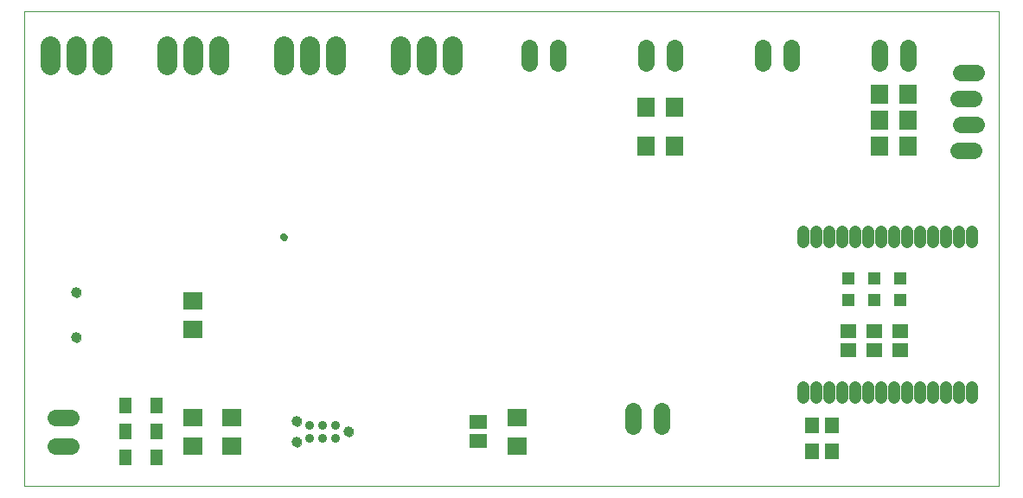
<source format=gbs>
G75*
%MOIN*%
%OFA0B0*%
%FSLAX24Y24*%
%IPPOS*%
%LPD*%
%AMOC8*
5,1,8,0,0,1.08239X$1,22.5*
%
%ADD10C,0.0000*%
%ADD11C,0.0276*%
%ADD12C,0.0350*%
%ADD13C,0.0390*%
%ADD14R,0.0749X0.0670*%
%ADD15R,0.0512X0.0591*%
%ADD16R,0.0670X0.0552*%
%ADD17C,0.0394*%
%ADD18R,0.0552X0.0631*%
%ADD19R,0.0512X0.0512*%
%ADD20R,0.0631X0.0552*%
%ADD21C,0.0640*%
%ADD22R,0.0670X0.0749*%
%ADD23C,0.0780*%
%ADD24C,0.0453*%
D10*
X003100Y002310D02*
X003100Y020606D01*
X040670Y020606D01*
X040670Y002310D01*
X003100Y002310D01*
X004923Y008044D02*
X004925Y008070D01*
X004931Y008096D01*
X004941Y008121D01*
X004954Y008144D01*
X004970Y008164D01*
X004990Y008182D01*
X005012Y008197D01*
X005035Y008209D01*
X005061Y008217D01*
X005087Y008221D01*
X005113Y008221D01*
X005139Y008217D01*
X005165Y008209D01*
X005189Y008197D01*
X005210Y008182D01*
X005230Y008164D01*
X005246Y008144D01*
X005259Y008121D01*
X005269Y008096D01*
X005275Y008070D01*
X005277Y008044D01*
X005275Y008018D01*
X005269Y007992D01*
X005259Y007967D01*
X005246Y007944D01*
X005230Y007924D01*
X005210Y007906D01*
X005188Y007891D01*
X005165Y007879D01*
X005139Y007871D01*
X005113Y007867D01*
X005087Y007867D01*
X005061Y007871D01*
X005035Y007879D01*
X005011Y007891D01*
X004990Y007906D01*
X004970Y007924D01*
X004954Y007944D01*
X004941Y007967D01*
X004931Y007992D01*
X004925Y008018D01*
X004923Y008044D01*
X004923Y009776D02*
X004925Y009802D01*
X004931Y009828D01*
X004941Y009853D01*
X004954Y009876D01*
X004970Y009896D01*
X004990Y009914D01*
X005012Y009929D01*
X005035Y009941D01*
X005061Y009949D01*
X005087Y009953D01*
X005113Y009953D01*
X005139Y009949D01*
X005165Y009941D01*
X005189Y009929D01*
X005210Y009914D01*
X005230Y009896D01*
X005246Y009876D01*
X005259Y009853D01*
X005269Y009828D01*
X005275Y009802D01*
X005277Y009776D01*
X005275Y009750D01*
X005269Y009724D01*
X005259Y009699D01*
X005246Y009676D01*
X005230Y009656D01*
X005210Y009638D01*
X005188Y009623D01*
X005165Y009611D01*
X005139Y009603D01*
X005113Y009599D01*
X005087Y009599D01*
X005061Y009603D01*
X005035Y009611D01*
X005011Y009623D01*
X004990Y009638D01*
X004970Y009656D01*
X004954Y009676D01*
X004941Y009699D01*
X004931Y009724D01*
X004925Y009750D01*
X004923Y009776D01*
X012982Y011910D02*
X012984Y011931D01*
X012990Y011951D01*
X012999Y011971D01*
X013011Y011988D01*
X013026Y012002D01*
X013044Y012014D01*
X013064Y012022D01*
X013084Y012027D01*
X013105Y012028D01*
X013126Y012025D01*
X013146Y012019D01*
X013165Y012008D01*
X013182Y011995D01*
X013195Y011979D01*
X013206Y011961D01*
X013214Y011941D01*
X013218Y011921D01*
X013218Y011899D01*
X013214Y011879D01*
X013206Y011859D01*
X013195Y011841D01*
X013182Y011825D01*
X013165Y011812D01*
X013146Y011801D01*
X013126Y011795D01*
X013105Y011792D01*
X013084Y011793D01*
X013064Y011798D01*
X013044Y011806D01*
X013026Y011818D01*
X013011Y011832D01*
X012999Y011849D01*
X012990Y011869D01*
X012984Y011889D01*
X012982Y011910D01*
X013425Y004810D02*
X013427Y004836D01*
X013433Y004862D01*
X013442Y004886D01*
X013455Y004909D01*
X013472Y004929D01*
X013491Y004947D01*
X013513Y004962D01*
X013536Y004973D01*
X013561Y004981D01*
X013587Y004985D01*
X013613Y004985D01*
X013639Y004981D01*
X013664Y004973D01*
X013688Y004962D01*
X013709Y004947D01*
X013728Y004929D01*
X013745Y004909D01*
X013758Y004886D01*
X013767Y004862D01*
X013773Y004836D01*
X013775Y004810D01*
X013773Y004784D01*
X013767Y004758D01*
X013758Y004734D01*
X013745Y004711D01*
X013728Y004691D01*
X013709Y004673D01*
X013687Y004658D01*
X013664Y004647D01*
X013639Y004639D01*
X013613Y004635D01*
X013587Y004635D01*
X013561Y004639D01*
X013536Y004647D01*
X013512Y004658D01*
X013491Y004673D01*
X013472Y004691D01*
X013455Y004711D01*
X013442Y004734D01*
X013433Y004758D01*
X013427Y004784D01*
X013425Y004810D01*
X013425Y004010D02*
X013427Y004036D01*
X013433Y004062D01*
X013442Y004086D01*
X013455Y004109D01*
X013472Y004129D01*
X013491Y004147D01*
X013513Y004162D01*
X013536Y004173D01*
X013561Y004181D01*
X013587Y004185D01*
X013613Y004185D01*
X013639Y004181D01*
X013664Y004173D01*
X013688Y004162D01*
X013709Y004147D01*
X013728Y004129D01*
X013745Y004109D01*
X013758Y004086D01*
X013767Y004062D01*
X013773Y004036D01*
X013775Y004010D01*
X013773Y003984D01*
X013767Y003958D01*
X013758Y003934D01*
X013745Y003911D01*
X013728Y003891D01*
X013709Y003873D01*
X013687Y003858D01*
X013664Y003847D01*
X013639Y003839D01*
X013613Y003835D01*
X013587Y003835D01*
X013561Y003839D01*
X013536Y003847D01*
X013512Y003858D01*
X013491Y003873D01*
X013472Y003891D01*
X013455Y003911D01*
X013442Y003934D01*
X013433Y003958D01*
X013427Y003984D01*
X013425Y004010D01*
X015425Y004410D02*
X015427Y004436D01*
X015433Y004462D01*
X015442Y004486D01*
X015455Y004509D01*
X015472Y004529D01*
X015491Y004547D01*
X015513Y004562D01*
X015536Y004573D01*
X015561Y004581D01*
X015587Y004585D01*
X015613Y004585D01*
X015639Y004581D01*
X015664Y004573D01*
X015688Y004562D01*
X015709Y004547D01*
X015728Y004529D01*
X015745Y004509D01*
X015758Y004486D01*
X015767Y004462D01*
X015773Y004436D01*
X015775Y004410D01*
X015773Y004384D01*
X015767Y004358D01*
X015758Y004334D01*
X015745Y004311D01*
X015728Y004291D01*
X015709Y004273D01*
X015687Y004258D01*
X015664Y004247D01*
X015639Y004239D01*
X015613Y004235D01*
X015587Y004235D01*
X015561Y004239D01*
X015536Y004247D01*
X015512Y004258D01*
X015491Y004273D01*
X015472Y004291D01*
X015455Y004311D01*
X015442Y004334D01*
X015433Y004358D01*
X015427Y004384D01*
X015425Y004410D01*
D11*
X013100Y011910D03*
D12*
X014100Y004660D03*
X014100Y004160D03*
X014600Y004160D03*
X015100Y004160D03*
X015100Y004660D03*
X014600Y004660D03*
D13*
X013600Y004810D03*
X013600Y004010D03*
X015600Y004410D03*
D14*
X011100Y003859D03*
X011100Y004961D03*
X009600Y004961D03*
X009600Y003859D03*
X009600Y008359D03*
X009600Y009461D03*
X022100Y004961D03*
X022100Y003859D03*
D15*
X008191Y003410D03*
X007009Y003410D03*
X007009Y004410D03*
X008191Y004410D03*
X008191Y005410D03*
X007009Y005410D03*
D16*
X020600Y004784D03*
X020600Y004036D03*
D17*
X005100Y008044D03*
X005100Y009776D03*
D18*
X033476Y004660D03*
X034224Y004660D03*
X034224Y003660D03*
X033476Y003660D03*
D19*
X034850Y009497D03*
X034850Y010324D03*
X035850Y010324D03*
X035850Y009497D03*
X036850Y009497D03*
X036850Y010324D03*
D20*
X036850Y008284D03*
X035850Y008284D03*
X034850Y008284D03*
X034850Y007536D03*
X035850Y007536D03*
X036850Y007536D03*
D21*
X027650Y005210D02*
X027650Y004610D01*
X026550Y004610D02*
X026550Y005210D01*
X039080Y015250D02*
X039680Y015250D01*
X039780Y016250D02*
X039180Y016250D01*
X039080Y017250D02*
X039680Y017250D01*
X039780Y018250D02*
X039180Y018250D01*
X037150Y018610D02*
X037150Y019210D01*
X036050Y019210D02*
X036050Y018610D01*
X032650Y018610D02*
X032650Y019210D01*
X031550Y019210D02*
X031550Y018610D01*
X028150Y018610D02*
X028150Y019210D01*
X027050Y019210D02*
X027050Y018610D01*
X023650Y018610D02*
X023650Y019210D01*
X022550Y019210D02*
X022550Y018610D01*
X004900Y004960D02*
X004300Y004960D01*
X004300Y003860D02*
X004900Y003860D01*
D22*
X027049Y015410D03*
X028151Y015410D03*
X028151Y016910D03*
X027049Y016910D03*
X036049Y016410D03*
X036049Y015410D03*
X037151Y015410D03*
X037151Y016410D03*
X037151Y017410D03*
X036049Y017410D03*
D23*
X019600Y018540D02*
X019600Y019280D01*
X018600Y019280D02*
X018600Y018540D01*
X017600Y018540D02*
X017600Y019280D01*
X015100Y019280D02*
X015100Y018540D01*
X014100Y018540D02*
X014100Y019280D01*
X013100Y019280D02*
X013100Y018540D01*
X010600Y018540D02*
X010600Y019280D01*
X009600Y019280D02*
X009600Y018540D01*
X008600Y018540D02*
X008600Y019280D01*
X006100Y019280D02*
X006100Y018540D01*
X005100Y018540D02*
X005100Y019280D01*
X004100Y019280D02*
X004100Y018540D01*
D24*
X033115Y012132D02*
X033115Y011719D01*
X033615Y011719D02*
X033615Y012132D01*
X034115Y012132D02*
X034115Y011719D01*
X034615Y011719D02*
X034615Y012132D01*
X035115Y012132D02*
X035115Y011719D01*
X035615Y011719D02*
X035615Y012132D01*
X036115Y012132D02*
X036115Y011719D01*
X036615Y011719D02*
X036615Y012132D01*
X037115Y012132D02*
X037115Y011719D01*
X037615Y011719D02*
X037615Y012132D01*
X038115Y012132D02*
X038115Y011719D01*
X038615Y011719D02*
X038615Y012132D01*
X039115Y012132D02*
X039115Y011719D01*
X039615Y011719D02*
X039615Y012132D01*
X039615Y006132D02*
X039615Y005719D01*
X039115Y005719D02*
X039115Y006132D01*
X038615Y006132D02*
X038615Y005719D01*
X038115Y005719D02*
X038115Y006132D01*
X037615Y006132D02*
X037615Y005719D01*
X037115Y005719D02*
X037115Y006132D01*
X036615Y006132D02*
X036615Y005719D01*
X036115Y005719D02*
X036115Y006132D01*
X035615Y006132D02*
X035615Y005719D01*
X035115Y005719D02*
X035115Y006132D01*
X034615Y006132D02*
X034615Y005719D01*
X034115Y005719D02*
X034115Y006132D01*
X033615Y006132D02*
X033615Y005719D01*
X033115Y005719D02*
X033115Y006132D01*
M02*

</source>
